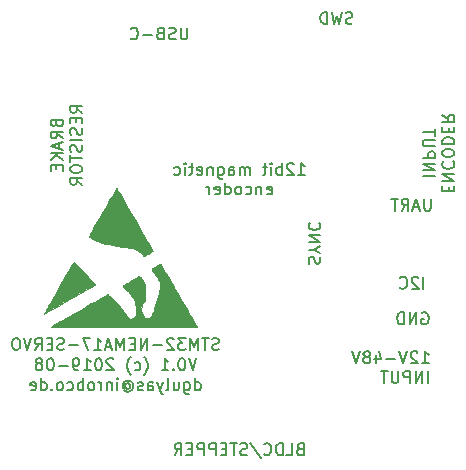
<source format=gbo>
G04 #@! TF.GenerationSoftware,KiCad,Pcbnew,(5.1.0-1390-gc38e9d5c4)*
G04 #@! TF.CreationDate,2019-08-14T17:07:38-04:00*
G04 #@! TF.ProjectId,stm32-nema17-servo,73746d33-322d-46e6-956d-6131372d7365,rev?*
G04 #@! TF.SameCoordinates,Original*
G04 #@! TF.FileFunction,Legend,Bot*
G04 #@! TF.FilePolarity,Positive*
%FSLAX46Y46*%
G04 Gerber Fmt 4.6, Leading zero omitted, Abs format (unit mm)*
G04 Created by KiCad (PCBNEW (5.1.0-1390-gc38e9d5c4)) date 2019-08-14 17:07:38*
%MOMM*%
%LPD*%
G04 APERTURE LIST*
%ADD10C,0.150000*%
%ADD11C,0.200000*%
%ADD12C,0.010000*%
G04 APERTURE END LIST*
D10*
X159557142Y-101404761D02*
X159414285Y-101452380D01*
X159176190Y-101452380D01*
X159080952Y-101404761D01*
X159033333Y-101357142D01*
X158985714Y-101261904D01*
X158985714Y-101166666D01*
X159033333Y-101071428D01*
X159080952Y-101023809D01*
X159176190Y-100976190D01*
X159366666Y-100928571D01*
X159461904Y-100880952D01*
X159509523Y-100833333D01*
X159557142Y-100738095D01*
X159557142Y-100642857D01*
X159509523Y-100547619D01*
X159461904Y-100500000D01*
X159366666Y-100452380D01*
X159128571Y-100452380D01*
X158985714Y-100500000D01*
X158652380Y-100452380D02*
X158414285Y-101452380D01*
X158223809Y-100738095D01*
X158033333Y-101452380D01*
X157795238Y-100452380D01*
X157414285Y-101452380D02*
X157414285Y-100452380D01*
X157176190Y-100452380D01*
X157033333Y-100500000D01*
X156938095Y-100595238D01*
X156890476Y-100690476D01*
X156842857Y-100880952D01*
X156842857Y-101023809D01*
X156890476Y-101214285D01*
X156938095Y-101309523D01*
X157033333Y-101404761D01*
X157176190Y-101452380D01*
X157414285Y-101452380D01*
X155895238Y-121738095D02*
X155847619Y-121595238D01*
X155847619Y-121357142D01*
X155895238Y-121261904D01*
X155942857Y-121214285D01*
X156038095Y-121166666D01*
X156133333Y-121166666D01*
X156228571Y-121214285D01*
X156276190Y-121261904D01*
X156323809Y-121357142D01*
X156371428Y-121547619D01*
X156419047Y-121642857D01*
X156466666Y-121690476D01*
X156561904Y-121738095D01*
X156657142Y-121738095D01*
X156752380Y-121690476D01*
X156800000Y-121642857D01*
X156847619Y-121547619D01*
X156847619Y-121309523D01*
X156800000Y-121166666D01*
X156323809Y-120547619D02*
X155847619Y-120547619D01*
X156847619Y-120880952D02*
X156323809Y-120547619D01*
X156847619Y-120214285D01*
X155847619Y-119880952D02*
X156847619Y-119880952D01*
X155847619Y-119309523D01*
X156847619Y-119309523D01*
X155942857Y-118261904D02*
X155895238Y-118309523D01*
X155847619Y-118452380D01*
X155847619Y-118547619D01*
X155895238Y-118690476D01*
X155990476Y-118785714D01*
X156085714Y-118833333D01*
X156276190Y-118880952D01*
X156419047Y-118880952D01*
X156609523Y-118833333D01*
X156704761Y-118785714D01*
X156800000Y-118690476D01*
X156847619Y-118547619D01*
X156847619Y-118452380D01*
X156800000Y-118309523D01*
X156752380Y-118261904D01*
X154952380Y-114227380D02*
X155523809Y-114227380D01*
X155238095Y-114227380D02*
X155238095Y-113227380D01*
X155333333Y-113370238D01*
X155428571Y-113465476D01*
X155523809Y-113513095D01*
X154571428Y-113322619D02*
X154523809Y-113275000D01*
X154428571Y-113227380D01*
X154190476Y-113227380D01*
X154095238Y-113275000D01*
X154047619Y-113322619D01*
X154000000Y-113417857D01*
X154000000Y-113513095D01*
X154047619Y-113655952D01*
X154619047Y-114227380D01*
X154000000Y-114227380D01*
X153571428Y-114227380D02*
X153571428Y-113227380D01*
X153571428Y-113608333D02*
X153476190Y-113560714D01*
X153285714Y-113560714D01*
X153190476Y-113608333D01*
X153142857Y-113655952D01*
X153095238Y-113751190D01*
X153095238Y-114036904D01*
X153142857Y-114132142D01*
X153190476Y-114179761D01*
X153285714Y-114227380D01*
X153476190Y-114227380D01*
X153571428Y-114179761D01*
X152666666Y-114227380D02*
X152666666Y-113560714D01*
X152666666Y-113227380D02*
X152714285Y-113275000D01*
X152666666Y-113322619D01*
X152619047Y-113275000D01*
X152666666Y-113227380D01*
X152666666Y-113322619D01*
X152333333Y-113560714D02*
X151952380Y-113560714D01*
X152190476Y-113227380D02*
X152190476Y-114084523D01*
X152142857Y-114179761D01*
X152047619Y-114227380D01*
X151952380Y-114227380D01*
X150857142Y-114227380D02*
X150857142Y-113560714D01*
X150857142Y-113655952D02*
X150809523Y-113608333D01*
X150714285Y-113560714D01*
X150571428Y-113560714D01*
X150476190Y-113608333D01*
X150428571Y-113703571D01*
X150428571Y-114227380D01*
X150428571Y-113703571D02*
X150380952Y-113608333D01*
X150285714Y-113560714D01*
X150142857Y-113560714D01*
X150047619Y-113608333D01*
X150000000Y-113703571D01*
X150000000Y-114227380D01*
X149095238Y-114227380D02*
X149095238Y-113703571D01*
X149142857Y-113608333D01*
X149238095Y-113560714D01*
X149428571Y-113560714D01*
X149523809Y-113608333D01*
X149095238Y-114179761D02*
X149190476Y-114227380D01*
X149428571Y-114227380D01*
X149523809Y-114179761D01*
X149571428Y-114084523D01*
X149571428Y-113989285D01*
X149523809Y-113894047D01*
X149428571Y-113846428D01*
X149190476Y-113846428D01*
X149095238Y-113798809D01*
X148190476Y-113560714D02*
X148190476Y-114370238D01*
X148238095Y-114465476D01*
X148285714Y-114513095D01*
X148380952Y-114560714D01*
X148523809Y-114560714D01*
X148619047Y-114513095D01*
X148190476Y-114179761D02*
X148285714Y-114227380D01*
X148476190Y-114227380D01*
X148571428Y-114179761D01*
X148619047Y-114132142D01*
X148666666Y-114036904D01*
X148666666Y-113751190D01*
X148619047Y-113655952D01*
X148571428Y-113608333D01*
X148476190Y-113560714D01*
X148285714Y-113560714D01*
X148190476Y-113608333D01*
X147714285Y-113560714D02*
X147714285Y-114227380D01*
X147714285Y-113655952D02*
X147666666Y-113608333D01*
X147571428Y-113560714D01*
X147428571Y-113560714D01*
X147333333Y-113608333D01*
X147285714Y-113703571D01*
X147285714Y-114227380D01*
X146428571Y-114179761D02*
X146523809Y-114227380D01*
X146714285Y-114227380D01*
X146809523Y-114179761D01*
X146857142Y-114084523D01*
X146857142Y-113703571D01*
X146809523Y-113608333D01*
X146714285Y-113560714D01*
X146523809Y-113560714D01*
X146428571Y-113608333D01*
X146380952Y-113703571D01*
X146380952Y-113798809D01*
X146857142Y-113894047D01*
X146095238Y-113560714D02*
X145714285Y-113560714D01*
X145952380Y-113227380D02*
X145952380Y-114084523D01*
X145904761Y-114179761D01*
X145809523Y-114227380D01*
X145714285Y-114227380D01*
X145380952Y-114227380D02*
X145380952Y-113560714D01*
X145380952Y-113227380D02*
X145428571Y-113275000D01*
X145380952Y-113322619D01*
X145333333Y-113275000D01*
X145380952Y-113227380D01*
X145380952Y-113322619D01*
X144476190Y-114179761D02*
X144571428Y-114227380D01*
X144761904Y-114227380D01*
X144857142Y-114179761D01*
X144904761Y-114132142D01*
X144952380Y-114036904D01*
X144952380Y-113751190D01*
X144904761Y-113655952D01*
X144857142Y-113608333D01*
X144761904Y-113560714D01*
X144571428Y-113560714D01*
X144476190Y-113608333D01*
X152333333Y-115829761D02*
X152428571Y-115877380D01*
X152619047Y-115877380D01*
X152714285Y-115829761D01*
X152761904Y-115734523D01*
X152761904Y-115353571D01*
X152714285Y-115258333D01*
X152619047Y-115210714D01*
X152428571Y-115210714D01*
X152333333Y-115258333D01*
X152285714Y-115353571D01*
X152285714Y-115448809D01*
X152761904Y-115544047D01*
X151857142Y-115210714D02*
X151857142Y-115877380D01*
X151857142Y-115305952D02*
X151809523Y-115258333D01*
X151714285Y-115210714D01*
X151571428Y-115210714D01*
X151476190Y-115258333D01*
X151428571Y-115353571D01*
X151428571Y-115877380D01*
X150523809Y-115829761D02*
X150619047Y-115877380D01*
X150809523Y-115877380D01*
X150904761Y-115829761D01*
X150952380Y-115782142D01*
X151000000Y-115686904D01*
X151000000Y-115401190D01*
X150952380Y-115305952D01*
X150904761Y-115258333D01*
X150809523Y-115210714D01*
X150619047Y-115210714D01*
X150523809Y-115258333D01*
X149952380Y-115877380D02*
X150047619Y-115829761D01*
X150095238Y-115782142D01*
X150142857Y-115686904D01*
X150142857Y-115401190D01*
X150095238Y-115305952D01*
X150047619Y-115258333D01*
X149952380Y-115210714D01*
X149809523Y-115210714D01*
X149714285Y-115258333D01*
X149666666Y-115305952D01*
X149619047Y-115401190D01*
X149619047Y-115686904D01*
X149666666Y-115782142D01*
X149714285Y-115829761D01*
X149809523Y-115877380D01*
X149952380Y-115877380D01*
X148761904Y-115877380D02*
X148761904Y-114877380D01*
X148761904Y-115829761D02*
X148857142Y-115877380D01*
X149047619Y-115877380D01*
X149142857Y-115829761D01*
X149190476Y-115782142D01*
X149238095Y-115686904D01*
X149238095Y-115401190D01*
X149190476Y-115305952D01*
X149142857Y-115258333D01*
X149047619Y-115210714D01*
X148857142Y-115210714D01*
X148761904Y-115258333D01*
X147904761Y-115829761D02*
X148000000Y-115877380D01*
X148190476Y-115877380D01*
X148285714Y-115829761D01*
X148333333Y-115734523D01*
X148333333Y-115353571D01*
X148285714Y-115258333D01*
X148190476Y-115210714D01*
X148000000Y-115210714D01*
X147904761Y-115258333D01*
X147857142Y-115353571D01*
X147857142Y-115448809D01*
X148333333Y-115544047D01*
X147428571Y-115877380D02*
X147428571Y-115210714D01*
X147428571Y-115401190D02*
X147380952Y-115305952D01*
X147333333Y-115258333D01*
X147238095Y-115210714D01*
X147142857Y-115210714D01*
X165576190Y-123852380D02*
X165576190Y-122852380D01*
X165147619Y-122947619D02*
X165100000Y-122900000D01*
X165004761Y-122852380D01*
X164766666Y-122852380D01*
X164671428Y-122900000D01*
X164623809Y-122947619D01*
X164576190Y-123042857D01*
X164576190Y-123138095D01*
X164623809Y-123280952D01*
X165195238Y-123852380D01*
X164576190Y-123852380D01*
X163576190Y-123757142D02*
X163623809Y-123804761D01*
X163766666Y-123852380D01*
X163861904Y-123852380D01*
X164004761Y-123804761D01*
X164100000Y-123709523D01*
X164147619Y-123614285D01*
X164195238Y-123423809D01*
X164195238Y-123280952D01*
X164147619Y-123090476D01*
X164100000Y-122995238D01*
X164004761Y-122900000D01*
X163861904Y-122852380D01*
X163766666Y-122852380D01*
X163623809Y-122900000D01*
X163576190Y-122947619D01*
X166195238Y-116252380D02*
X166195238Y-117061904D01*
X166147619Y-117157142D01*
X166100000Y-117204761D01*
X166004761Y-117252380D01*
X165814285Y-117252380D01*
X165719047Y-117204761D01*
X165671428Y-117157142D01*
X165623809Y-117061904D01*
X165623809Y-116252380D01*
X165195238Y-116966666D02*
X164719047Y-116966666D01*
X165290476Y-117252380D02*
X164957142Y-116252380D01*
X164623809Y-117252380D01*
X163719047Y-117252380D02*
X164052380Y-116776190D01*
X164290476Y-117252380D02*
X164290476Y-116252380D01*
X163909523Y-116252380D01*
X163814285Y-116300000D01*
X163766666Y-116347619D01*
X163719047Y-116442857D01*
X163719047Y-116585714D01*
X163766666Y-116680952D01*
X163814285Y-116728571D01*
X163909523Y-116776190D01*
X164290476Y-116776190D01*
X163433333Y-116252380D02*
X162861904Y-116252380D01*
X163147619Y-117252380D02*
X163147619Y-116252380D01*
X134503571Y-109890476D02*
X134551190Y-110033333D01*
X134598809Y-110080952D01*
X134694047Y-110128571D01*
X134836904Y-110128571D01*
X134932142Y-110080952D01*
X134979761Y-110033333D01*
X135027380Y-109938095D01*
X135027380Y-109557142D01*
X134027380Y-109557142D01*
X134027380Y-109890476D01*
X134075000Y-109985714D01*
X134122619Y-110033333D01*
X134217857Y-110080952D01*
X134313095Y-110080952D01*
X134408333Y-110033333D01*
X134455952Y-109985714D01*
X134503571Y-109890476D01*
X134503571Y-109557142D01*
X135027380Y-111128571D02*
X134551190Y-110795238D01*
X135027380Y-110557142D02*
X134027380Y-110557142D01*
X134027380Y-110938095D01*
X134075000Y-111033333D01*
X134122619Y-111080952D01*
X134217857Y-111128571D01*
X134360714Y-111128571D01*
X134455952Y-111080952D01*
X134503571Y-111033333D01*
X134551190Y-110938095D01*
X134551190Y-110557142D01*
X134741666Y-111509523D02*
X134741666Y-111985714D01*
X135027380Y-111414285D02*
X134027380Y-111747619D01*
X135027380Y-112080952D01*
X135027380Y-112414285D02*
X134027380Y-112414285D01*
X135027380Y-112985714D02*
X134455952Y-112557142D01*
X134027380Y-112985714D02*
X134598809Y-112414285D01*
X134503571Y-113414285D02*
X134503571Y-113747619D01*
X135027380Y-113890476D02*
X135027380Y-113414285D01*
X134027380Y-113414285D01*
X134027380Y-113890476D01*
X136677380Y-108961904D02*
X136201190Y-108628571D01*
X136677380Y-108390476D02*
X135677380Y-108390476D01*
X135677380Y-108771428D01*
X135725000Y-108866666D01*
X135772619Y-108914285D01*
X135867857Y-108961904D01*
X136010714Y-108961904D01*
X136105952Y-108914285D01*
X136153571Y-108866666D01*
X136201190Y-108771428D01*
X136201190Y-108390476D01*
X136153571Y-109390476D02*
X136153571Y-109723809D01*
X136677380Y-109866666D02*
X136677380Y-109390476D01*
X135677380Y-109390476D01*
X135677380Y-109866666D01*
X136629761Y-110247619D02*
X136677380Y-110390476D01*
X136677380Y-110628571D01*
X136629761Y-110723809D01*
X136582142Y-110771428D01*
X136486904Y-110819047D01*
X136391666Y-110819047D01*
X136296428Y-110771428D01*
X136248809Y-110723809D01*
X136201190Y-110628571D01*
X136153571Y-110438095D01*
X136105952Y-110342857D01*
X136058333Y-110295238D01*
X135963095Y-110247619D01*
X135867857Y-110247619D01*
X135772619Y-110295238D01*
X135725000Y-110342857D01*
X135677380Y-110438095D01*
X135677380Y-110676190D01*
X135725000Y-110819047D01*
X136677380Y-111247619D02*
X135677380Y-111247619D01*
X136629761Y-111676190D02*
X136677380Y-111819047D01*
X136677380Y-112057142D01*
X136629761Y-112152380D01*
X136582142Y-112200000D01*
X136486904Y-112247619D01*
X136391666Y-112247619D01*
X136296428Y-112200000D01*
X136248809Y-112152380D01*
X136201190Y-112057142D01*
X136153571Y-111866666D01*
X136105952Y-111771428D01*
X136058333Y-111723809D01*
X135963095Y-111676190D01*
X135867857Y-111676190D01*
X135772619Y-111723809D01*
X135725000Y-111771428D01*
X135677380Y-111866666D01*
X135677380Y-112104761D01*
X135725000Y-112247619D01*
X135677380Y-112533333D02*
X135677380Y-113104761D01*
X136677380Y-112819047D02*
X135677380Y-112819047D01*
X135677380Y-113628571D02*
X135677380Y-113819047D01*
X135725000Y-113914285D01*
X135820238Y-114009523D01*
X136010714Y-114057142D01*
X136344047Y-114057142D01*
X136534523Y-114009523D01*
X136629761Y-113914285D01*
X136677380Y-113819047D01*
X136677380Y-113628571D01*
X136629761Y-113533333D01*
X136534523Y-113438095D01*
X136344047Y-113390476D01*
X136010714Y-113390476D01*
X135820238Y-113438095D01*
X135725000Y-113533333D01*
X135677380Y-113628571D01*
X136677380Y-115057142D02*
X136201190Y-114723809D01*
X136677380Y-114485714D02*
X135677380Y-114485714D01*
X135677380Y-114866666D01*
X135725000Y-114961904D01*
X135772619Y-115009523D01*
X135867857Y-115057142D01*
X136010714Y-115057142D01*
X136105952Y-115009523D01*
X136153571Y-114961904D01*
X136201190Y-114866666D01*
X136201190Y-114485714D01*
X167696428Y-115614285D02*
X167696428Y-115280952D01*
X167172619Y-115138095D02*
X167172619Y-115614285D01*
X168172619Y-115614285D01*
X168172619Y-115138095D01*
X167172619Y-114709523D02*
X168172619Y-114709523D01*
X167172619Y-114138095D01*
X168172619Y-114138095D01*
X167267857Y-113090476D02*
X167220238Y-113138095D01*
X167172619Y-113280952D01*
X167172619Y-113376190D01*
X167220238Y-113519047D01*
X167315476Y-113614285D01*
X167410714Y-113661904D01*
X167601190Y-113709523D01*
X167744047Y-113709523D01*
X167934523Y-113661904D01*
X168029761Y-113614285D01*
X168125000Y-113519047D01*
X168172619Y-113376190D01*
X168172619Y-113280952D01*
X168125000Y-113138095D01*
X168077380Y-113090476D01*
X168172619Y-112471428D02*
X168172619Y-112280952D01*
X168125000Y-112185714D01*
X168029761Y-112090476D01*
X167839285Y-112042857D01*
X167505952Y-112042857D01*
X167315476Y-112090476D01*
X167220238Y-112185714D01*
X167172619Y-112280952D01*
X167172619Y-112471428D01*
X167220238Y-112566666D01*
X167315476Y-112661904D01*
X167505952Y-112709523D01*
X167839285Y-112709523D01*
X168029761Y-112661904D01*
X168125000Y-112566666D01*
X168172619Y-112471428D01*
X167172619Y-111614285D02*
X168172619Y-111614285D01*
X168172619Y-111376190D01*
X168125000Y-111233333D01*
X168029761Y-111138095D01*
X167934523Y-111090476D01*
X167744047Y-111042857D01*
X167601190Y-111042857D01*
X167410714Y-111090476D01*
X167315476Y-111138095D01*
X167220238Y-111233333D01*
X167172619Y-111376190D01*
X167172619Y-111614285D01*
X167696428Y-110614285D02*
X167696428Y-110280952D01*
X167172619Y-110138095D02*
X167172619Y-110614285D01*
X168172619Y-110614285D01*
X168172619Y-110138095D01*
X167172619Y-109138095D02*
X167648809Y-109471428D01*
X167172619Y-109709523D02*
X168172619Y-109709523D01*
X168172619Y-109328571D01*
X168125000Y-109233333D01*
X168077380Y-109185714D01*
X167982142Y-109138095D01*
X167839285Y-109138095D01*
X167744047Y-109185714D01*
X167696428Y-109233333D01*
X167648809Y-109328571D01*
X167648809Y-109709523D01*
X165522619Y-114328571D02*
X166522619Y-114328571D01*
X165522619Y-113852380D02*
X166522619Y-113852380D01*
X165522619Y-113280952D01*
X166522619Y-113280952D01*
X165522619Y-112804761D02*
X166522619Y-112804761D01*
X166522619Y-112423809D01*
X166475000Y-112328571D01*
X166427380Y-112280952D01*
X166332142Y-112233333D01*
X166189285Y-112233333D01*
X166094047Y-112280952D01*
X166046428Y-112328571D01*
X165998809Y-112423809D01*
X165998809Y-112804761D01*
X166522619Y-111804761D02*
X165713095Y-111804761D01*
X165617857Y-111757142D01*
X165570238Y-111709523D01*
X165522619Y-111614285D01*
X165522619Y-111423809D01*
X165570238Y-111328571D01*
X165617857Y-111280952D01*
X165713095Y-111233333D01*
X166522619Y-111233333D01*
X166522619Y-110900000D02*
X166522619Y-110328571D01*
X165522619Y-110614285D02*
X166522619Y-110614285D01*
X165440595Y-125925000D02*
X165535833Y-125877380D01*
X165678690Y-125877380D01*
X165821547Y-125925000D01*
X165916785Y-126020238D01*
X165964404Y-126115476D01*
X166012023Y-126305952D01*
X166012023Y-126448809D01*
X165964404Y-126639285D01*
X165916785Y-126734523D01*
X165821547Y-126829761D01*
X165678690Y-126877380D01*
X165583452Y-126877380D01*
X165440595Y-126829761D01*
X165392976Y-126782142D01*
X165392976Y-126448809D01*
X165583452Y-126448809D01*
X164964404Y-126877380D02*
X164964404Y-125877380D01*
X164392976Y-126877380D01*
X164392976Y-125877380D01*
X163916785Y-126877380D02*
X163916785Y-125877380D01*
X163678690Y-125877380D01*
X163535833Y-125925000D01*
X163440595Y-126020238D01*
X163392976Y-126115476D01*
X163345357Y-126305952D01*
X163345357Y-126448809D01*
X163392976Y-126639285D01*
X163440595Y-126734523D01*
X163535833Y-126829761D01*
X163678690Y-126877380D01*
X163916785Y-126877380D01*
X165440595Y-130177380D02*
X166012023Y-130177380D01*
X165726309Y-130177380D02*
X165726309Y-129177380D01*
X165821547Y-129320238D01*
X165916785Y-129415476D01*
X166012023Y-129463095D01*
X165059642Y-129272619D02*
X165012023Y-129225000D01*
X164916785Y-129177380D01*
X164678690Y-129177380D01*
X164583452Y-129225000D01*
X164535833Y-129272619D01*
X164488214Y-129367857D01*
X164488214Y-129463095D01*
X164535833Y-129605952D01*
X165107261Y-130177380D01*
X164488214Y-130177380D01*
X164202500Y-129177380D02*
X163869166Y-130177380D01*
X163535833Y-129177380D01*
X163202500Y-129796428D02*
X162440595Y-129796428D01*
X161535833Y-129510714D02*
X161535833Y-130177380D01*
X161773928Y-129129761D02*
X162012023Y-129844047D01*
X161392976Y-129844047D01*
X160869166Y-129605952D02*
X160964404Y-129558333D01*
X161012023Y-129510714D01*
X161059642Y-129415476D01*
X161059642Y-129367857D01*
X161012023Y-129272619D01*
X160964404Y-129225000D01*
X160869166Y-129177380D01*
X160678690Y-129177380D01*
X160583452Y-129225000D01*
X160535833Y-129272619D01*
X160488214Y-129367857D01*
X160488214Y-129415476D01*
X160535833Y-129510714D01*
X160583452Y-129558333D01*
X160678690Y-129605952D01*
X160869166Y-129605952D01*
X160964404Y-129653571D01*
X161012023Y-129701190D01*
X161059642Y-129796428D01*
X161059642Y-129986904D01*
X161012023Y-130082142D01*
X160964404Y-130129761D01*
X160869166Y-130177380D01*
X160678690Y-130177380D01*
X160583452Y-130129761D01*
X160535833Y-130082142D01*
X160488214Y-129986904D01*
X160488214Y-129796428D01*
X160535833Y-129701190D01*
X160583452Y-129653571D01*
X160678690Y-129605952D01*
X160202500Y-129177380D02*
X159869166Y-130177380D01*
X159535833Y-129177380D01*
X165964404Y-131827380D02*
X165964404Y-130827380D01*
X165488214Y-131827380D02*
X165488214Y-130827380D01*
X164916785Y-131827380D01*
X164916785Y-130827380D01*
X164440595Y-131827380D02*
X164440595Y-130827380D01*
X164059642Y-130827380D01*
X163964404Y-130875000D01*
X163916785Y-130922619D01*
X163869166Y-131017857D01*
X163869166Y-131160714D01*
X163916785Y-131255952D01*
X163964404Y-131303571D01*
X164059642Y-131351190D01*
X164440595Y-131351190D01*
X163440595Y-130827380D02*
X163440595Y-131636904D01*
X163392976Y-131732142D01*
X163345357Y-131779761D01*
X163250119Y-131827380D01*
X163059642Y-131827380D01*
X162964404Y-131779761D01*
X162916785Y-131732142D01*
X162869166Y-131636904D01*
X162869166Y-130827380D01*
X162535833Y-130827380D02*
X161964404Y-130827380D01*
X162250119Y-131827380D02*
X162250119Y-130827380D01*
X155119047Y-137428571D02*
X154976190Y-137476190D01*
X154928571Y-137523809D01*
X154880952Y-137619047D01*
X154880952Y-137761904D01*
X154928571Y-137857142D01*
X154976190Y-137904761D01*
X155071428Y-137952380D01*
X155452380Y-137952380D01*
X155452380Y-136952380D01*
X155119047Y-136952380D01*
X155023809Y-137000000D01*
X154976190Y-137047619D01*
X154928571Y-137142857D01*
X154928571Y-137238095D01*
X154976190Y-137333333D01*
X155023809Y-137380952D01*
X155119047Y-137428571D01*
X155452380Y-137428571D01*
X153976190Y-137952380D02*
X154452380Y-137952380D01*
X154452380Y-136952380D01*
X153642857Y-137952380D02*
X153642857Y-136952380D01*
X153404761Y-136952380D01*
X153261904Y-137000000D01*
X153166666Y-137095238D01*
X153119047Y-137190476D01*
X153071428Y-137380952D01*
X153071428Y-137523809D01*
X153119047Y-137714285D01*
X153166666Y-137809523D01*
X153261904Y-137904761D01*
X153404761Y-137952380D01*
X153642857Y-137952380D01*
X152071428Y-137857142D02*
X152119047Y-137904761D01*
X152261904Y-137952380D01*
X152357142Y-137952380D01*
X152500000Y-137904761D01*
X152595238Y-137809523D01*
X152642857Y-137714285D01*
X152690476Y-137523809D01*
X152690476Y-137380952D01*
X152642857Y-137190476D01*
X152595238Y-137095238D01*
X152500000Y-137000000D01*
X152357142Y-136952380D01*
X152261904Y-136952380D01*
X152119047Y-137000000D01*
X152071428Y-137047619D01*
X150928571Y-136904761D02*
X151785714Y-138190476D01*
X150642857Y-137904761D02*
X150500000Y-137952380D01*
X150261904Y-137952380D01*
X150166666Y-137904761D01*
X150119047Y-137857142D01*
X150071428Y-137761904D01*
X150071428Y-137666666D01*
X150119047Y-137571428D01*
X150166666Y-137523809D01*
X150261904Y-137476190D01*
X150452380Y-137428571D01*
X150547619Y-137380952D01*
X150595238Y-137333333D01*
X150642857Y-137238095D01*
X150642857Y-137142857D01*
X150595238Y-137047619D01*
X150547619Y-137000000D01*
X150452380Y-136952380D01*
X150214285Y-136952380D01*
X150071428Y-137000000D01*
X149785714Y-136952380D02*
X149214285Y-136952380D01*
X149500000Y-137952380D02*
X149500000Y-136952380D01*
X148880952Y-137428571D02*
X148547619Y-137428571D01*
X148404761Y-137952380D02*
X148880952Y-137952380D01*
X148880952Y-136952380D01*
X148404761Y-136952380D01*
X147976190Y-137952380D02*
X147976190Y-136952380D01*
X147595238Y-136952380D01*
X147500000Y-137000000D01*
X147452380Y-137047619D01*
X147404761Y-137142857D01*
X147404761Y-137285714D01*
X147452380Y-137380952D01*
X147500000Y-137428571D01*
X147595238Y-137476190D01*
X147976190Y-137476190D01*
X146976190Y-137952380D02*
X146976190Y-136952380D01*
X146595238Y-136952380D01*
X146500000Y-137000000D01*
X146452380Y-137047619D01*
X146404761Y-137142857D01*
X146404761Y-137285714D01*
X146452380Y-137380952D01*
X146500000Y-137428571D01*
X146595238Y-137476190D01*
X146976190Y-137476190D01*
X145976190Y-137428571D02*
X145642857Y-137428571D01*
X145500000Y-137952380D02*
X145976190Y-137952380D01*
X145976190Y-136952380D01*
X145500000Y-136952380D01*
X144500000Y-137952380D02*
X144833333Y-137476190D01*
X145071428Y-137952380D02*
X145071428Y-136952380D01*
X144690476Y-136952380D01*
X144595238Y-137000000D01*
X144547619Y-137047619D01*
X144500000Y-137142857D01*
X144500000Y-137285714D01*
X144547619Y-137380952D01*
X144595238Y-137428571D01*
X144690476Y-137476190D01*
X145071428Y-137476190D01*
X145580952Y-101752380D02*
X145580952Y-102561904D01*
X145533333Y-102657142D01*
X145485714Y-102704761D01*
X145390476Y-102752380D01*
X145200000Y-102752380D01*
X145104761Y-102704761D01*
X145057142Y-102657142D01*
X145009523Y-102561904D01*
X145009523Y-101752380D01*
X144580952Y-102704761D02*
X144438095Y-102752380D01*
X144200000Y-102752380D01*
X144104761Y-102704761D01*
X144057142Y-102657142D01*
X144009523Y-102561904D01*
X144009523Y-102466666D01*
X144057142Y-102371428D01*
X144104761Y-102323809D01*
X144200000Y-102276190D01*
X144390476Y-102228571D01*
X144485714Y-102180952D01*
X144533333Y-102133333D01*
X144580952Y-102038095D01*
X144580952Y-101942857D01*
X144533333Y-101847619D01*
X144485714Y-101800000D01*
X144390476Y-101752380D01*
X144152380Y-101752380D01*
X144009523Y-101800000D01*
X143247619Y-102228571D02*
X143104761Y-102276190D01*
X143057142Y-102323809D01*
X143009523Y-102419047D01*
X143009523Y-102561904D01*
X143057142Y-102657142D01*
X143104761Y-102704761D01*
X143200000Y-102752380D01*
X143580952Y-102752380D01*
X143580952Y-101752380D01*
X143247619Y-101752380D01*
X143152380Y-101800000D01*
X143104761Y-101847619D01*
X143057142Y-101942857D01*
X143057142Y-102038095D01*
X143104761Y-102133333D01*
X143152380Y-102180952D01*
X143247619Y-102228571D01*
X143580952Y-102228571D01*
X142580952Y-102371428D02*
X141819047Y-102371428D01*
X140771428Y-102657142D02*
X140819047Y-102704761D01*
X140961904Y-102752380D01*
X141057142Y-102752380D01*
X141200000Y-102704761D01*
X141295238Y-102609523D01*
X141342857Y-102514285D01*
X141390476Y-102323809D01*
X141390476Y-102180952D01*
X141342857Y-101990476D01*
X141295238Y-101895238D01*
X141200000Y-101800000D01*
X141057142Y-101752380D01*
X140961904Y-101752380D01*
X140819047Y-101800000D01*
X140771428Y-101847619D01*
D11*
X148238095Y-129004761D02*
X148095238Y-129052380D01*
X147857142Y-129052380D01*
X147761904Y-129004761D01*
X147714285Y-128957142D01*
X147666666Y-128861904D01*
X147666666Y-128766666D01*
X147714285Y-128671428D01*
X147761904Y-128623809D01*
X147857142Y-128576190D01*
X148047619Y-128528571D01*
X148142857Y-128480952D01*
X148190476Y-128433333D01*
X148238095Y-128338095D01*
X148238095Y-128242857D01*
X148190476Y-128147619D01*
X148142857Y-128100000D01*
X148047619Y-128052380D01*
X147809523Y-128052380D01*
X147666666Y-128100000D01*
X147380952Y-128052380D02*
X146809523Y-128052380D01*
X147095238Y-129052380D02*
X147095238Y-128052380D01*
X146476190Y-129052380D02*
X146476190Y-128052380D01*
X146142857Y-128766666D01*
X145809523Y-128052380D01*
X145809523Y-129052380D01*
X145428571Y-128052380D02*
X144809523Y-128052380D01*
X145142857Y-128433333D01*
X145000000Y-128433333D01*
X144904761Y-128480952D01*
X144857142Y-128528571D01*
X144809523Y-128623809D01*
X144809523Y-128861904D01*
X144857142Y-128957142D01*
X144904761Y-129004761D01*
X145000000Y-129052380D01*
X145285714Y-129052380D01*
X145380952Y-129004761D01*
X145428571Y-128957142D01*
X144428571Y-128147619D02*
X144380952Y-128100000D01*
X144285714Y-128052380D01*
X144047619Y-128052380D01*
X143952380Y-128100000D01*
X143904761Y-128147619D01*
X143857142Y-128242857D01*
X143857142Y-128338095D01*
X143904761Y-128480952D01*
X144476190Y-129052380D01*
X143857142Y-129052380D01*
X143428571Y-128671428D02*
X142666666Y-128671428D01*
X142190476Y-129052380D02*
X142190476Y-128052380D01*
X141619047Y-129052380D01*
X141619047Y-128052380D01*
X141142857Y-128528571D02*
X140809523Y-128528571D01*
X140666666Y-129052380D02*
X141142857Y-129052380D01*
X141142857Y-128052380D01*
X140666666Y-128052380D01*
X140238095Y-129052380D02*
X140238095Y-128052380D01*
X139904761Y-128766666D01*
X139571428Y-128052380D01*
X139571428Y-129052380D01*
X139142857Y-128766666D02*
X138666666Y-128766666D01*
X139238095Y-129052380D02*
X138904761Y-128052380D01*
X138571428Y-129052380D01*
X137714285Y-129052380D02*
X138285714Y-129052380D01*
X138000000Y-129052380D02*
X138000000Y-128052380D01*
X138095238Y-128195238D01*
X138190476Y-128290476D01*
X138285714Y-128338095D01*
X137380952Y-128052380D02*
X136714285Y-128052380D01*
X137142857Y-129052380D01*
X136333333Y-128671428D02*
X135571428Y-128671428D01*
X135142857Y-129004761D02*
X135000000Y-129052380D01*
X134761904Y-129052380D01*
X134666666Y-129004761D01*
X134619047Y-128957142D01*
X134571428Y-128861904D01*
X134571428Y-128766666D01*
X134619047Y-128671428D01*
X134666666Y-128623809D01*
X134761904Y-128576190D01*
X134952380Y-128528571D01*
X135047619Y-128480952D01*
X135095238Y-128433333D01*
X135142857Y-128338095D01*
X135142857Y-128242857D01*
X135095238Y-128147619D01*
X135047619Y-128100000D01*
X134952380Y-128052380D01*
X134714285Y-128052380D01*
X134571428Y-128100000D01*
X134142857Y-128528571D02*
X133809523Y-128528571D01*
X133666666Y-129052380D02*
X134142857Y-129052380D01*
X134142857Y-128052380D01*
X133666666Y-128052380D01*
X132666666Y-129052380D02*
X133000000Y-128576190D01*
X133238095Y-129052380D02*
X133238095Y-128052380D01*
X132857142Y-128052380D01*
X132761904Y-128100000D01*
X132714285Y-128147619D01*
X132666666Y-128242857D01*
X132666666Y-128385714D01*
X132714285Y-128480952D01*
X132761904Y-128528571D01*
X132857142Y-128576190D01*
X133238095Y-128576190D01*
X132380952Y-128052380D02*
X132047619Y-129052380D01*
X131714285Y-128052380D01*
X131190476Y-128052380D02*
X131000000Y-128052380D01*
X130904761Y-128100000D01*
X130809523Y-128195238D01*
X130761904Y-128385714D01*
X130761904Y-128719047D01*
X130809523Y-128909523D01*
X130904761Y-129004761D01*
X131000000Y-129052380D01*
X131190476Y-129052380D01*
X131285714Y-129004761D01*
X131380952Y-128909523D01*
X131428571Y-128719047D01*
X131428571Y-128385714D01*
X131380952Y-128195238D01*
X131285714Y-128100000D01*
X131190476Y-128052380D01*
X146357142Y-129752380D02*
X146023809Y-130752380D01*
X145690476Y-129752380D01*
X145166666Y-129752380D02*
X145071428Y-129752380D01*
X144976190Y-129800000D01*
X144928571Y-129847619D01*
X144880952Y-129942857D01*
X144833333Y-130133333D01*
X144833333Y-130371428D01*
X144880952Y-130561904D01*
X144928571Y-130657142D01*
X144976190Y-130704761D01*
X145071428Y-130752380D01*
X145166666Y-130752380D01*
X145261904Y-130704761D01*
X145309523Y-130657142D01*
X145357142Y-130561904D01*
X145404761Y-130371428D01*
X145404761Y-130133333D01*
X145357142Y-129942857D01*
X145309523Y-129847619D01*
X145261904Y-129800000D01*
X145166666Y-129752380D01*
X144404761Y-130657142D02*
X144357142Y-130704761D01*
X144404761Y-130752380D01*
X144452380Y-130704761D01*
X144404761Y-130657142D01*
X144404761Y-130752380D01*
X143404761Y-130752380D02*
X143976190Y-130752380D01*
X143690476Y-130752380D02*
X143690476Y-129752380D01*
X143785714Y-129895238D01*
X143880952Y-129990476D01*
X143976190Y-130038095D01*
X141928571Y-131133333D02*
X141976190Y-131085714D01*
X142071428Y-130942857D01*
X142119047Y-130847619D01*
X142166666Y-130704761D01*
X142214285Y-130466666D01*
X142214285Y-130276190D01*
X142166666Y-130038095D01*
X142119047Y-129895238D01*
X142071428Y-129800000D01*
X141976190Y-129657142D01*
X141928571Y-129609523D01*
X141119047Y-130704761D02*
X141214285Y-130752380D01*
X141404761Y-130752380D01*
X141500000Y-130704761D01*
X141547619Y-130657142D01*
X141595238Y-130561904D01*
X141595238Y-130276190D01*
X141547619Y-130180952D01*
X141500000Y-130133333D01*
X141404761Y-130085714D01*
X141214285Y-130085714D01*
X141119047Y-130133333D01*
X140785714Y-131133333D02*
X140738095Y-131085714D01*
X140642857Y-130942857D01*
X140595238Y-130847619D01*
X140547619Y-130704761D01*
X140500000Y-130466666D01*
X140500000Y-130276190D01*
X140547619Y-130038095D01*
X140595238Y-129895238D01*
X140642857Y-129800000D01*
X140738095Y-129657142D01*
X140785714Y-129609523D01*
X139309523Y-129847619D02*
X139261904Y-129800000D01*
X139166666Y-129752380D01*
X138928571Y-129752380D01*
X138833333Y-129800000D01*
X138785714Y-129847619D01*
X138738095Y-129942857D01*
X138738095Y-130038095D01*
X138785714Y-130180952D01*
X139357142Y-130752380D01*
X138738095Y-130752380D01*
X138119047Y-129752380D02*
X138023809Y-129752380D01*
X137928571Y-129800000D01*
X137880952Y-129847619D01*
X137833333Y-129942857D01*
X137785714Y-130133333D01*
X137785714Y-130371428D01*
X137833333Y-130561904D01*
X137880952Y-130657142D01*
X137928571Y-130704761D01*
X138023809Y-130752380D01*
X138119047Y-130752380D01*
X138214285Y-130704761D01*
X138261904Y-130657142D01*
X138309523Y-130561904D01*
X138357142Y-130371428D01*
X138357142Y-130133333D01*
X138309523Y-129942857D01*
X138261904Y-129847619D01*
X138214285Y-129800000D01*
X138119047Y-129752380D01*
X136833333Y-130752380D02*
X137404761Y-130752380D01*
X137119047Y-130752380D02*
X137119047Y-129752380D01*
X137214285Y-129895238D01*
X137309523Y-129990476D01*
X137404761Y-130038095D01*
X136357142Y-130752380D02*
X136166666Y-130752380D01*
X136071428Y-130704761D01*
X136023809Y-130657142D01*
X135928571Y-130514285D01*
X135880952Y-130323809D01*
X135880952Y-129942857D01*
X135928571Y-129847619D01*
X135976190Y-129800000D01*
X136071428Y-129752380D01*
X136261904Y-129752380D01*
X136357142Y-129800000D01*
X136404761Y-129847619D01*
X136452380Y-129942857D01*
X136452380Y-130180952D01*
X136404761Y-130276190D01*
X136357142Y-130323809D01*
X136261904Y-130371428D01*
X136071428Y-130371428D01*
X135976190Y-130323809D01*
X135928571Y-130276190D01*
X135880952Y-130180952D01*
X135452380Y-130371428D02*
X134690476Y-130371428D01*
X134023809Y-129752380D02*
X133928571Y-129752380D01*
X133833333Y-129800000D01*
X133785714Y-129847619D01*
X133738095Y-129942857D01*
X133690476Y-130133333D01*
X133690476Y-130371428D01*
X133738095Y-130561904D01*
X133785714Y-130657142D01*
X133833333Y-130704761D01*
X133928571Y-130752380D01*
X134023809Y-130752380D01*
X134119047Y-130704761D01*
X134166666Y-130657142D01*
X134214285Y-130561904D01*
X134261904Y-130371428D01*
X134261904Y-130133333D01*
X134214285Y-129942857D01*
X134166666Y-129847619D01*
X134119047Y-129800000D01*
X134023809Y-129752380D01*
X133119047Y-130180952D02*
X133214285Y-130133333D01*
X133261904Y-130085714D01*
X133309523Y-129990476D01*
X133309523Y-129942857D01*
X133261904Y-129847619D01*
X133214285Y-129800000D01*
X133119047Y-129752380D01*
X132928571Y-129752380D01*
X132833333Y-129800000D01*
X132785714Y-129847619D01*
X132738095Y-129942857D01*
X132738095Y-129990476D01*
X132785714Y-130085714D01*
X132833333Y-130133333D01*
X132928571Y-130180952D01*
X133119047Y-130180952D01*
X133214285Y-130228571D01*
X133261904Y-130276190D01*
X133309523Y-130371428D01*
X133309523Y-130561904D01*
X133261904Y-130657142D01*
X133214285Y-130704761D01*
X133119047Y-130752380D01*
X132928571Y-130752380D01*
X132833333Y-130704761D01*
X132785714Y-130657142D01*
X132738095Y-130561904D01*
X132738095Y-130371428D01*
X132785714Y-130276190D01*
X132833333Y-130228571D01*
X132928571Y-130180952D01*
X146238095Y-132452380D02*
X146238095Y-131452380D01*
X146238095Y-132404761D02*
X146333333Y-132452380D01*
X146523809Y-132452380D01*
X146619047Y-132404761D01*
X146666666Y-132357142D01*
X146714285Y-132261904D01*
X146714285Y-131976190D01*
X146666666Y-131880952D01*
X146619047Y-131833333D01*
X146523809Y-131785714D01*
X146333333Y-131785714D01*
X146238095Y-131833333D01*
X145333333Y-131785714D02*
X145333333Y-132595238D01*
X145380952Y-132690476D01*
X145428571Y-132738095D01*
X145523809Y-132785714D01*
X145666666Y-132785714D01*
X145761904Y-132738095D01*
X145333333Y-132404761D02*
X145428571Y-132452380D01*
X145619047Y-132452380D01*
X145714285Y-132404761D01*
X145761904Y-132357142D01*
X145809523Y-132261904D01*
X145809523Y-131976190D01*
X145761904Y-131880952D01*
X145714285Y-131833333D01*
X145619047Y-131785714D01*
X145428571Y-131785714D01*
X145333333Y-131833333D01*
X144428571Y-131785714D02*
X144428571Y-132452380D01*
X144857142Y-131785714D02*
X144857142Y-132309523D01*
X144809523Y-132404761D01*
X144714285Y-132452380D01*
X144571428Y-132452380D01*
X144476190Y-132404761D01*
X144428571Y-132357142D01*
X143809523Y-132452380D02*
X143904761Y-132404761D01*
X143952380Y-132309523D01*
X143952380Y-131452380D01*
X143523809Y-131785714D02*
X143285714Y-132452380D01*
X143047619Y-131785714D02*
X143285714Y-132452380D01*
X143380952Y-132690476D01*
X143428571Y-132738095D01*
X143523809Y-132785714D01*
X142238095Y-132452380D02*
X142238095Y-131928571D01*
X142285714Y-131833333D01*
X142380952Y-131785714D01*
X142571428Y-131785714D01*
X142666666Y-131833333D01*
X142238095Y-132404761D02*
X142333333Y-132452380D01*
X142571428Y-132452380D01*
X142666666Y-132404761D01*
X142714285Y-132309523D01*
X142714285Y-132214285D01*
X142666666Y-132119047D01*
X142571428Y-132071428D01*
X142333333Y-132071428D01*
X142238095Y-132023809D01*
X141809523Y-132404761D02*
X141714285Y-132452380D01*
X141523809Y-132452380D01*
X141428571Y-132404761D01*
X141380952Y-132309523D01*
X141380952Y-132261904D01*
X141428571Y-132166666D01*
X141523809Y-132119047D01*
X141666666Y-132119047D01*
X141761904Y-132071428D01*
X141809523Y-131976190D01*
X141809523Y-131928571D01*
X141761904Y-131833333D01*
X141666666Y-131785714D01*
X141523809Y-131785714D01*
X141428571Y-131833333D01*
X140333333Y-131976190D02*
X140380952Y-131928571D01*
X140476190Y-131880952D01*
X140571428Y-131880952D01*
X140666666Y-131928571D01*
X140714285Y-131976190D01*
X140761904Y-132071428D01*
X140761904Y-132166666D01*
X140714285Y-132261904D01*
X140666666Y-132309523D01*
X140571428Y-132357142D01*
X140476190Y-132357142D01*
X140380952Y-132309523D01*
X140333333Y-132261904D01*
X140333333Y-131880952D02*
X140333333Y-132261904D01*
X140285714Y-132309523D01*
X140238095Y-132309523D01*
X140142857Y-132261904D01*
X140095238Y-132166666D01*
X140095238Y-131928571D01*
X140190476Y-131785714D01*
X140333333Y-131690476D01*
X140523809Y-131642857D01*
X140714285Y-131690476D01*
X140857142Y-131785714D01*
X140952380Y-131928571D01*
X141000000Y-132119047D01*
X140952380Y-132309523D01*
X140857142Y-132452380D01*
X140714285Y-132547619D01*
X140523809Y-132595238D01*
X140333333Y-132547619D01*
X140190476Y-132452380D01*
X139666666Y-132452380D02*
X139666666Y-131785714D01*
X139666666Y-131452380D02*
X139714285Y-131500000D01*
X139666666Y-131547619D01*
X139619047Y-131500000D01*
X139666666Y-131452380D01*
X139666666Y-131547619D01*
X139190476Y-131785714D02*
X139190476Y-132452380D01*
X139190476Y-131880952D02*
X139142857Y-131833333D01*
X139047619Y-131785714D01*
X138904761Y-131785714D01*
X138809523Y-131833333D01*
X138761904Y-131928571D01*
X138761904Y-132452380D01*
X138285714Y-132452380D02*
X138285714Y-131785714D01*
X138285714Y-131976190D02*
X138238095Y-131880952D01*
X138190476Y-131833333D01*
X138095238Y-131785714D01*
X138000000Y-131785714D01*
X137523809Y-132452380D02*
X137619047Y-132404761D01*
X137666666Y-132357142D01*
X137714285Y-132261904D01*
X137714285Y-131976190D01*
X137666666Y-131880952D01*
X137619047Y-131833333D01*
X137523809Y-131785714D01*
X137380952Y-131785714D01*
X137285714Y-131833333D01*
X137238095Y-131880952D01*
X137190476Y-131976190D01*
X137190476Y-132261904D01*
X137238095Y-132357142D01*
X137285714Y-132404761D01*
X137380952Y-132452380D01*
X137523809Y-132452380D01*
X136761904Y-132452380D02*
X136761904Y-131452380D01*
X136761904Y-131833333D02*
X136666666Y-131785714D01*
X136476190Y-131785714D01*
X136380952Y-131833333D01*
X136333333Y-131880952D01*
X136285714Y-131976190D01*
X136285714Y-132261904D01*
X136333333Y-132357142D01*
X136380952Y-132404761D01*
X136476190Y-132452380D01*
X136666666Y-132452380D01*
X136761904Y-132404761D01*
X135428571Y-132404761D02*
X135523809Y-132452380D01*
X135714285Y-132452380D01*
X135809523Y-132404761D01*
X135857142Y-132357142D01*
X135904761Y-132261904D01*
X135904761Y-131976190D01*
X135857142Y-131880952D01*
X135809523Y-131833333D01*
X135714285Y-131785714D01*
X135523809Y-131785714D01*
X135428571Y-131833333D01*
X134857142Y-132452380D02*
X134952380Y-132404761D01*
X135000000Y-132357142D01*
X135047619Y-132261904D01*
X135047619Y-131976190D01*
X135000000Y-131880952D01*
X134952380Y-131833333D01*
X134857142Y-131785714D01*
X134714285Y-131785714D01*
X134619047Y-131833333D01*
X134571428Y-131880952D01*
X134523809Y-131976190D01*
X134523809Y-132261904D01*
X134571428Y-132357142D01*
X134619047Y-132404761D01*
X134714285Y-132452380D01*
X134857142Y-132452380D01*
X134095238Y-132357142D02*
X134047619Y-132404761D01*
X134095238Y-132452380D01*
X134142857Y-132404761D01*
X134095238Y-132357142D01*
X134095238Y-132452380D01*
X133190476Y-132452380D02*
X133190476Y-131452380D01*
X133190476Y-132404761D02*
X133285714Y-132452380D01*
X133476190Y-132452380D01*
X133571428Y-132404761D01*
X133619047Y-132357142D01*
X133666666Y-132261904D01*
X133666666Y-131976190D01*
X133619047Y-131880952D01*
X133571428Y-131833333D01*
X133476190Y-131785714D01*
X133285714Y-131785714D01*
X133190476Y-131833333D01*
X132333333Y-132404761D02*
X132428571Y-132452380D01*
X132619047Y-132452380D01*
X132714285Y-132404761D01*
X132761904Y-132309523D01*
X132761904Y-131928571D01*
X132714285Y-131833333D01*
X132619047Y-131785714D01*
X132428571Y-131785714D01*
X132333333Y-131833333D01*
X132285714Y-131928571D01*
X132285714Y-132023809D01*
X132761904Y-132119047D01*
D12*
G36*
X143255813Y-121782317D02*
G01*
X143190763Y-121807473D01*
X143091615Y-121857425D01*
X142949253Y-121935752D01*
X142938168Y-121941977D01*
X142807053Y-122016952D01*
X142696404Y-122082638D01*
X142617090Y-122132410D01*
X142579977Y-122159641D01*
X142578939Y-122160974D01*
X142587904Y-122198780D01*
X142629029Y-122283210D01*
X142699634Y-122409665D01*
X142797040Y-122573544D01*
X142918565Y-122770245D01*
X143061529Y-122995170D01*
X143097110Y-123050331D01*
X143189814Y-123203398D01*
X143257317Y-123335112D01*
X143293695Y-123433565D01*
X143297428Y-123453014D01*
X143295771Y-123538624D01*
X143277212Y-123674418D01*
X143244064Y-123851687D01*
X143198640Y-124061719D01*
X143143254Y-124295804D01*
X143080220Y-124545232D01*
X143011850Y-124801290D01*
X142940458Y-125055269D01*
X142868359Y-125298457D01*
X142797864Y-125522145D01*
X142731288Y-125717621D01*
X142670945Y-125876174D01*
X142628879Y-125970244D01*
X142579327Y-126070451D01*
X142532540Y-126166337D01*
X142530007Y-126171586D01*
X142452603Y-126268440D01*
X142339632Y-126333656D01*
X142208122Y-126364909D01*
X142075099Y-126359875D01*
X141957590Y-126316228D01*
X141891484Y-126258764D01*
X141796282Y-126101166D01*
X141726522Y-125904756D01*
X141688247Y-125689559D01*
X141682824Y-125567561D01*
X141704661Y-125339870D01*
X141768753Y-125151320D01*
X141878549Y-124992759D01*
X141912787Y-124957467D01*
X142014678Y-124858470D01*
X142028672Y-123458978D01*
X141850365Y-123189062D01*
X141766693Y-123066891D01*
X141686111Y-122956987D01*
X141620115Y-122874673D01*
X141591748Y-122844384D01*
X141511438Y-122769621D01*
X141402670Y-122828196D01*
X141333923Y-122870168D01*
X141296308Y-122902756D01*
X141293903Y-122908615D01*
X141268194Y-122933456D01*
X141224208Y-122951954D01*
X141181701Y-122968626D01*
X141116613Y-123000299D01*
X141023356Y-123050066D01*
X140896342Y-123121018D01*
X140729984Y-123216247D01*
X140518695Y-123338844D01*
X140403876Y-123405864D01*
X140268813Y-123486143D01*
X140180230Y-123543319D01*
X140130290Y-123584078D01*
X140111154Y-123615107D01*
X140114984Y-123643092D01*
X140118178Y-123649593D01*
X140149248Y-123690533D01*
X140215729Y-123767330D01*
X140309876Y-123871393D01*
X140423944Y-123994132D01*
X140522600Y-124098180D01*
X140749941Y-124345134D01*
X140927790Y-124559183D01*
X141057733Y-124742480D01*
X141141358Y-124897176D01*
X141169566Y-124975732D01*
X141181217Y-125044498D01*
X141193251Y-125161799D01*
X141204609Y-125314234D01*
X141214233Y-125488404D01*
X141218762Y-125598537D01*
X141225082Y-125788929D01*
X141227863Y-125928124D01*
X141226285Y-126026819D01*
X141219531Y-126095708D01*
X141206784Y-126145487D01*
X141187227Y-126186850D01*
X141171866Y-126212106D01*
X141083158Y-126309453D01*
X140968853Y-126377291D01*
X140848584Y-126406876D01*
X140758455Y-126396172D01*
X140676848Y-126349861D01*
X140574553Y-126266924D01*
X140465917Y-126161825D01*
X140365287Y-126049032D01*
X140287012Y-125943010D01*
X140258191Y-125891778D01*
X140215018Y-125821628D01*
X140136495Y-125714778D01*
X140029797Y-125579578D01*
X139902097Y-125424381D01*
X139760571Y-125257536D01*
X139612393Y-125087396D01*
X139464737Y-124922311D01*
X139324778Y-124770633D01*
X139199690Y-124640713D01*
X139101480Y-124545339D01*
X138992443Y-124450065D01*
X138900716Y-124379817D01*
X138836379Y-124341898D01*
X138815022Y-124337729D01*
X138782294Y-124354548D01*
X138700659Y-124399692D01*
X138574828Y-124470449D01*
X138409512Y-124564109D01*
X138209422Y-124677962D01*
X137979268Y-124809298D01*
X137723762Y-124955406D01*
X137447613Y-125113576D01*
X137155533Y-125281097D01*
X136852232Y-125455259D01*
X136542421Y-125633352D01*
X136230811Y-125812665D01*
X135922112Y-125990487D01*
X135621036Y-126164109D01*
X135332292Y-126330819D01*
X135060592Y-126487908D01*
X134810646Y-126632666D01*
X134587166Y-126762380D01*
X134394861Y-126874342D01*
X134238443Y-126965841D01*
X134122622Y-127034167D01*
X134052109Y-127076608D01*
X134031671Y-127089927D01*
X134059197Y-127092560D01*
X134145792Y-127095118D01*
X134288572Y-127097592D01*
X134484654Y-127099966D01*
X134731156Y-127102231D01*
X135025194Y-127104373D01*
X135363886Y-127106379D01*
X135744348Y-127108238D01*
X136163699Y-127109937D01*
X136619054Y-127111464D01*
X137107531Y-127112807D01*
X137626247Y-127113952D01*
X138172319Y-127114889D01*
X138742864Y-127115604D01*
X139335000Y-127116085D01*
X139945843Y-127116319D01*
X140202152Y-127116342D01*
X146402061Y-127116342D01*
X145959894Y-126349695D01*
X145866289Y-126187360D01*
X145745796Y-125978332D01*
X145602444Y-125729603D01*
X145440262Y-125448164D01*
X145263277Y-125141007D01*
X145075520Y-124815125D01*
X144881018Y-124477509D01*
X144683800Y-124135151D01*
X144487895Y-123795043D01*
X144438351Y-123709025D01*
X144257696Y-123395715D01*
X144085422Y-123097606D01*
X143924116Y-122819136D01*
X143776368Y-122564743D01*
X143644767Y-122338864D01*
X143531901Y-122145937D01*
X143440359Y-121990401D01*
X143372730Y-121876692D01*
X143331604Y-121809250D01*
X143320095Y-121792080D01*
X143295885Y-121778379D01*
X143255813Y-121782317D01*
X143255813Y-121782317D01*
G37*
X143255813Y-121782317D02*
X143190763Y-121807473D01*
X143091615Y-121857425D01*
X142949253Y-121935752D01*
X142938168Y-121941977D01*
X142807053Y-122016952D01*
X142696404Y-122082638D01*
X142617090Y-122132410D01*
X142579977Y-122159641D01*
X142578939Y-122160974D01*
X142587904Y-122198780D01*
X142629029Y-122283210D01*
X142699634Y-122409665D01*
X142797040Y-122573544D01*
X142918565Y-122770245D01*
X143061529Y-122995170D01*
X143097110Y-123050331D01*
X143189814Y-123203398D01*
X143257317Y-123335112D01*
X143293695Y-123433565D01*
X143297428Y-123453014D01*
X143295771Y-123538624D01*
X143277212Y-123674418D01*
X143244064Y-123851687D01*
X143198640Y-124061719D01*
X143143254Y-124295804D01*
X143080220Y-124545232D01*
X143011850Y-124801290D01*
X142940458Y-125055269D01*
X142868359Y-125298457D01*
X142797864Y-125522145D01*
X142731288Y-125717621D01*
X142670945Y-125876174D01*
X142628879Y-125970244D01*
X142579327Y-126070451D01*
X142532540Y-126166337D01*
X142530007Y-126171586D01*
X142452603Y-126268440D01*
X142339632Y-126333656D01*
X142208122Y-126364909D01*
X142075099Y-126359875D01*
X141957590Y-126316228D01*
X141891484Y-126258764D01*
X141796282Y-126101166D01*
X141726522Y-125904756D01*
X141688247Y-125689559D01*
X141682824Y-125567561D01*
X141704661Y-125339870D01*
X141768753Y-125151320D01*
X141878549Y-124992759D01*
X141912787Y-124957467D01*
X142014678Y-124858470D01*
X142028672Y-123458978D01*
X141850365Y-123189062D01*
X141766693Y-123066891D01*
X141686111Y-122956987D01*
X141620115Y-122874673D01*
X141591748Y-122844384D01*
X141511438Y-122769621D01*
X141402670Y-122828196D01*
X141333923Y-122870168D01*
X141296308Y-122902756D01*
X141293903Y-122908615D01*
X141268194Y-122933456D01*
X141224208Y-122951954D01*
X141181701Y-122968626D01*
X141116613Y-123000299D01*
X141023356Y-123050066D01*
X140896342Y-123121018D01*
X140729984Y-123216247D01*
X140518695Y-123338844D01*
X140403876Y-123405864D01*
X140268813Y-123486143D01*
X140180230Y-123543319D01*
X140130290Y-123584078D01*
X140111154Y-123615107D01*
X140114984Y-123643092D01*
X140118178Y-123649593D01*
X140149248Y-123690533D01*
X140215729Y-123767330D01*
X140309876Y-123871393D01*
X140423944Y-123994132D01*
X140522600Y-124098180D01*
X140749941Y-124345134D01*
X140927790Y-124559183D01*
X141057733Y-124742480D01*
X141141358Y-124897176D01*
X141169566Y-124975732D01*
X141181217Y-125044498D01*
X141193251Y-125161799D01*
X141204609Y-125314234D01*
X141214233Y-125488404D01*
X141218762Y-125598537D01*
X141225082Y-125788929D01*
X141227863Y-125928124D01*
X141226285Y-126026819D01*
X141219531Y-126095708D01*
X141206784Y-126145487D01*
X141187227Y-126186850D01*
X141171866Y-126212106D01*
X141083158Y-126309453D01*
X140968853Y-126377291D01*
X140848584Y-126406876D01*
X140758455Y-126396172D01*
X140676848Y-126349861D01*
X140574553Y-126266924D01*
X140465917Y-126161825D01*
X140365287Y-126049032D01*
X140287012Y-125943010D01*
X140258191Y-125891778D01*
X140215018Y-125821628D01*
X140136495Y-125714778D01*
X140029797Y-125579578D01*
X139902097Y-125424381D01*
X139760571Y-125257536D01*
X139612393Y-125087396D01*
X139464737Y-124922311D01*
X139324778Y-124770633D01*
X139199690Y-124640713D01*
X139101480Y-124545339D01*
X138992443Y-124450065D01*
X138900716Y-124379817D01*
X138836379Y-124341898D01*
X138815022Y-124337729D01*
X138782294Y-124354548D01*
X138700659Y-124399692D01*
X138574828Y-124470449D01*
X138409512Y-124564109D01*
X138209422Y-124677962D01*
X137979268Y-124809298D01*
X137723762Y-124955406D01*
X137447613Y-125113576D01*
X137155533Y-125281097D01*
X136852232Y-125455259D01*
X136542421Y-125633352D01*
X136230811Y-125812665D01*
X135922112Y-125990487D01*
X135621036Y-126164109D01*
X135332292Y-126330819D01*
X135060592Y-126487908D01*
X134810646Y-126632666D01*
X134587166Y-126762380D01*
X134394861Y-126874342D01*
X134238443Y-126965841D01*
X134122622Y-127034167D01*
X134052109Y-127076608D01*
X134031671Y-127089927D01*
X134059197Y-127092560D01*
X134145792Y-127095118D01*
X134288572Y-127097592D01*
X134484654Y-127099966D01*
X134731156Y-127102231D01*
X135025194Y-127104373D01*
X135363886Y-127106379D01*
X135744348Y-127108238D01*
X136163699Y-127109937D01*
X136619054Y-127111464D01*
X137107531Y-127112807D01*
X137626247Y-127113952D01*
X138172319Y-127114889D01*
X138742864Y-127115604D01*
X139335000Y-127116085D01*
X139945843Y-127116319D01*
X140202152Y-127116342D01*
X146402061Y-127116342D01*
X145959894Y-126349695D01*
X145866289Y-126187360D01*
X145745796Y-125978332D01*
X145602444Y-125729603D01*
X145440262Y-125448164D01*
X145263277Y-125141007D01*
X145075520Y-124815125D01*
X144881018Y-124477509D01*
X144683800Y-124135151D01*
X144487895Y-123795043D01*
X144438351Y-123709025D01*
X144257696Y-123395715D01*
X144085422Y-123097606D01*
X143924116Y-122819136D01*
X143776368Y-122564743D01*
X143644767Y-122338864D01*
X143531901Y-122145937D01*
X143440359Y-121990401D01*
X143372730Y-121876692D01*
X143331604Y-121809250D01*
X143320095Y-121792080D01*
X143295885Y-121778379D01*
X143255813Y-121782317D01*
G36*
X135924944Y-121669238D02*
G01*
X135902184Y-121707386D01*
X135851025Y-121794843D01*
X135773996Y-121927238D01*
X135673628Y-122100204D01*
X135552451Y-122309370D01*
X135412994Y-122550367D01*
X135257787Y-122818824D01*
X135089360Y-123110374D01*
X134910243Y-123420646D01*
X134726005Y-123740000D01*
X134537848Y-124066235D01*
X134357197Y-124379418D01*
X134186670Y-124675012D01*
X134028886Y-124948480D01*
X133886462Y-125195284D01*
X133762019Y-125410889D01*
X133658174Y-125590755D01*
X133577545Y-125730347D01*
X133522752Y-125825128D01*
X133496987Y-125869573D01*
X133454986Y-125944661D01*
X133432150Y-125991663D01*
X133430898Y-125999841D01*
X133458728Y-125984484D01*
X133536119Y-125940407D01*
X133659027Y-125869942D01*
X133823405Y-125775422D01*
X134025208Y-125659178D01*
X134260391Y-125523542D01*
X134524909Y-125370848D01*
X134814716Y-125203428D01*
X135125767Y-125023613D01*
X135454016Y-124833735D01*
X135578903Y-124761464D01*
X135913026Y-124568167D01*
X136231853Y-124383877D01*
X136531291Y-124210950D01*
X136807248Y-124051743D01*
X137055630Y-123908610D01*
X137272347Y-123783910D01*
X137453304Y-123679996D01*
X137594409Y-123599227D01*
X137691570Y-123543957D01*
X137740693Y-123516544D01*
X137745830Y-123513948D01*
X137730862Y-123490441D01*
X137678773Y-123427591D01*
X137594883Y-123331188D01*
X137484508Y-123207020D01*
X137352966Y-123060879D01*
X137205576Y-122898553D01*
X137047655Y-122725832D01*
X136884521Y-122548506D01*
X136721492Y-122372365D01*
X136563886Y-122203198D01*
X136417021Y-122046795D01*
X136286214Y-121908945D01*
X136176784Y-121795439D01*
X136094047Y-121712065D01*
X136065672Y-121684726D01*
X135971641Y-121596403D01*
X135924944Y-121669238D01*
X135924944Y-121669238D01*
G37*
X135924944Y-121669238D02*
X135902184Y-121707386D01*
X135851025Y-121794843D01*
X135773996Y-121927238D01*
X135673628Y-122100204D01*
X135552451Y-122309370D01*
X135412994Y-122550367D01*
X135257787Y-122818824D01*
X135089360Y-123110374D01*
X134910243Y-123420646D01*
X134726005Y-123740000D01*
X134537848Y-124066235D01*
X134357197Y-124379418D01*
X134186670Y-124675012D01*
X134028886Y-124948480D01*
X133886462Y-125195284D01*
X133762019Y-125410889D01*
X133658174Y-125590755D01*
X133577545Y-125730347D01*
X133522752Y-125825128D01*
X133496987Y-125869573D01*
X133454986Y-125944661D01*
X133432150Y-125991663D01*
X133430898Y-125999841D01*
X133458728Y-125984484D01*
X133536119Y-125940407D01*
X133659027Y-125869942D01*
X133823405Y-125775422D01*
X134025208Y-125659178D01*
X134260391Y-125523542D01*
X134524909Y-125370848D01*
X134814716Y-125203428D01*
X135125767Y-125023613D01*
X135454016Y-124833735D01*
X135578903Y-124761464D01*
X135913026Y-124568167D01*
X136231853Y-124383877D01*
X136531291Y-124210950D01*
X136807248Y-124051743D01*
X137055630Y-123908610D01*
X137272347Y-123783910D01*
X137453304Y-123679996D01*
X137594409Y-123599227D01*
X137691570Y-123543957D01*
X137740693Y-123516544D01*
X137745830Y-123513948D01*
X137730862Y-123490441D01*
X137678773Y-123427591D01*
X137594883Y-123331188D01*
X137484508Y-123207020D01*
X137352966Y-123060879D01*
X137205576Y-122898553D01*
X137047655Y-122725832D01*
X136884521Y-122548506D01*
X136721492Y-122372365D01*
X136563886Y-122203198D01*
X136417021Y-122046795D01*
X136286214Y-121908945D01*
X136176784Y-121795439D01*
X136094047Y-121712065D01*
X136065672Y-121684726D01*
X135971641Y-121596403D01*
X135924944Y-121669238D01*
G36*
X139571915Y-115371671D02*
G01*
X139525871Y-115446491D01*
X139454933Y-115565028D01*
X139362009Y-115722237D01*
X139250008Y-115913076D01*
X139121838Y-116132501D01*
X138980408Y-116375469D01*
X138828627Y-116636937D01*
X138669403Y-116911860D01*
X138505644Y-117195197D01*
X138340260Y-117481902D01*
X138176158Y-117766934D01*
X138016248Y-118045248D01*
X137863438Y-118311802D01*
X137720637Y-118561552D01*
X137590753Y-118789455D01*
X137476695Y-118990466D01*
X137381371Y-119159544D01*
X137307690Y-119291645D01*
X137258561Y-119381724D01*
X137236892Y-119424740D01*
X137236098Y-119427429D01*
X137262998Y-119463930D01*
X137337773Y-119519764D01*
X137451530Y-119589450D01*
X137595377Y-119667509D01*
X137745971Y-119741687D01*
X137950881Y-119831635D01*
X138166367Y-119912453D01*
X138399854Y-119985938D01*
X138658764Y-120053884D01*
X138950521Y-120118088D01*
X139282549Y-120180346D01*
X139662269Y-120242454D01*
X140055063Y-120300290D01*
X140396332Y-120351600D01*
X140682910Y-120402397D01*
X140921985Y-120455204D01*
X141120741Y-120512546D01*
X141286365Y-120576947D01*
X141426044Y-120650931D01*
X141546964Y-120737024D01*
X141656311Y-120837750D01*
X141691572Y-120875167D01*
X141768000Y-120962279D01*
X141824537Y-121033364D01*
X141850765Y-121075167D01*
X141851464Y-121078594D01*
X141860640Y-121099612D01*
X141892485Y-121099849D01*
X141953469Y-121076509D01*
X142050065Y-121026793D01*
X142188746Y-120947905D01*
X142285122Y-120891175D01*
X142428834Y-120802494D01*
X142540517Y-120726559D01*
X142612666Y-120668832D01*
X142637774Y-120634776D01*
X142637759Y-120634529D01*
X142622189Y-120602075D01*
X142578217Y-120520800D01*
X142508395Y-120395134D01*
X142415275Y-120229505D01*
X142301411Y-120028344D01*
X142169354Y-119796080D01*
X142021657Y-119537143D01*
X141860872Y-119255961D01*
X141689552Y-118956965D01*
X141510249Y-118644584D01*
X141325515Y-118323248D01*
X141137902Y-117997386D01*
X140949964Y-117671427D01*
X140764253Y-117349801D01*
X140583320Y-117036937D01*
X140409719Y-116737266D01*
X140246001Y-116455216D01*
X140094719Y-116195218D01*
X139958426Y-115961699D01*
X139839674Y-115759091D01*
X139741015Y-115591823D01*
X139665001Y-115464324D01*
X139614186Y-115381023D01*
X139591121Y-115346350D01*
X139590155Y-115345610D01*
X139571915Y-115371671D01*
X139571915Y-115371671D01*
G37*
X139571915Y-115371671D02*
X139525871Y-115446491D01*
X139454933Y-115565028D01*
X139362009Y-115722237D01*
X139250008Y-115913076D01*
X139121838Y-116132501D01*
X138980408Y-116375469D01*
X138828627Y-116636937D01*
X138669403Y-116911860D01*
X138505644Y-117195197D01*
X138340260Y-117481902D01*
X138176158Y-117766934D01*
X138016248Y-118045248D01*
X137863438Y-118311802D01*
X137720637Y-118561552D01*
X137590753Y-118789455D01*
X137476695Y-118990466D01*
X137381371Y-119159544D01*
X137307690Y-119291645D01*
X137258561Y-119381724D01*
X137236892Y-119424740D01*
X137236098Y-119427429D01*
X137262998Y-119463930D01*
X137337773Y-119519764D01*
X137451530Y-119589450D01*
X137595377Y-119667509D01*
X137745971Y-119741687D01*
X137950881Y-119831635D01*
X138166367Y-119912453D01*
X138399854Y-119985938D01*
X138658764Y-120053884D01*
X138950521Y-120118088D01*
X139282549Y-120180346D01*
X139662269Y-120242454D01*
X140055063Y-120300290D01*
X140396332Y-120351600D01*
X140682910Y-120402397D01*
X140921985Y-120455204D01*
X141120741Y-120512546D01*
X141286365Y-120576947D01*
X141426044Y-120650931D01*
X141546964Y-120737024D01*
X141656311Y-120837750D01*
X141691572Y-120875167D01*
X141768000Y-120962279D01*
X141824537Y-121033364D01*
X141850765Y-121075167D01*
X141851464Y-121078594D01*
X141860640Y-121099612D01*
X141892485Y-121099849D01*
X141953469Y-121076509D01*
X142050065Y-121026793D01*
X142188746Y-120947905D01*
X142285122Y-120891175D01*
X142428834Y-120802494D01*
X142540517Y-120726559D01*
X142612666Y-120668832D01*
X142637774Y-120634776D01*
X142637759Y-120634529D01*
X142622189Y-120602075D01*
X142578217Y-120520800D01*
X142508395Y-120395134D01*
X142415275Y-120229505D01*
X142301411Y-120028344D01*
X142169354Y-119796080D01*
X142021657Y-119537143D01*
X141860872Y-119255961D01*
X141689552Y-118956965D01*
X141510249Y-118644584D01*
X141325515Y-118323248D01*
X141137902Y-117997386D01*
X140949964Y-117671427D01*
X140764253Y-117349801D01*
X140583320Y-117036937D01*
X140409719Y-116737266D01*
X140246001Y-116455216D01*
X140094719Y-116195218D01*
X139958426Y-115961699D01*
X139839674Y-115759091D01*
X139741015Y-115591823D01*
X139665001Y-115464324D01*
X139614186Y-115381023D01*
X139591121Y-115346350D01*
X139590155Y-115345610D01*
X139571915Y-115371671D01*
M02*

</source>
